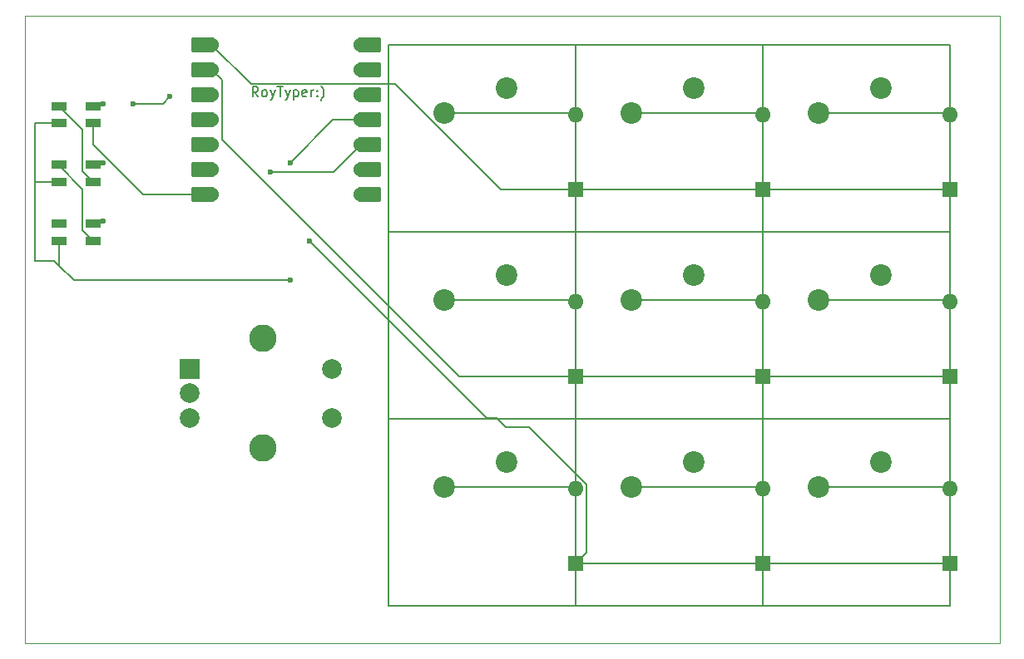
<source format=gbr>
%TF.GenerationSoftware,KiCad,Pcbnew,8.0.8*%
%TF.CreationDate,2025-02-16T15:54:53+05:30*%
%TF.ProjectId,RoyTyper,526f7954-7970-4657-922e-6b696361645f,rev?*%
%TF.SameCoordinates,Original*%
%TF.FileFunction,Copper,L1,Top*%
%TF.FilePolarity,Positive*%
%FSLAX46Y46*%
G04 Gerber Fmt 4.6, Leading zero omitted, Abs format (unit mm)*
G04 Created by KiCad (PCBNEW 8.0.8) date 2025-02-16 15:54:53*
%MOMM*%
%LPD*%
G01*
G04 APERTURE LIST*
G04 Aperture macros list*
%AMRoundRect*
0 Rectangle with rounded corners*
0 $1 Rounding radius*
0 $2 $3 $4 $5 $6 $7 $8 $9 X,Y pos of 4 corners*
0 Add a 4 corners polygon primitive as box body*
4,1,4,$2,$3,$4,$5,$6,$7,$8,$9,$2,$3,0*
0 Add four circle primitives for the rounded corners*
1,1,$1+$1,$2,$3*
1,1,$1+$1,$4,$5*
1,1,$1+$1,$6,$7*
1,1,$1+$1,$8,$9*
0 Add four rect primitives between the rounded corners*
20,1,$1+$1,$2,$3,$4,$5,0*
20,1,$1+$1,$4,$5,$6,$7,0*
20,1,$1+$1,$6,$7,$8,$9,0*
20,1,$1+$1,$8,$9,$2,$3,0*%
G04 Aperture macros list end*
%TA.AperFunction,SMDPad,CuDef*%
%ADD10R,1.600000X0.850000*%
%TD*%
%TA.AperFunction,ComponentPad*%
%ADD11C,2.200000*%
%TD*%
%TA.AperFunction,ComponentPad*%
%ADD12R,2.000000X2.000000*%
%TD*%
%TA.AperFunction,ComponentPad*%
%ADD13C,2.000000*%
%TD*%
%TA.AperFunction,ComponentPad*%
%ADD14C,2.800000*%
%TD*%
%TA.AperFunction,SMDPad,CuDef*%
%ADD15RoundRect,0.152400X1.063600X0.609600X-1.063600X0.609600X-1.063600X-0.609600X1.063600X-0.609600X0*%
%TD*%
%TA.AperFunction,ComponentPad*%
%ADD16C,1.524000*%
%TD*%
%TA.AperFunction,SMDPad,CuDef*%
%ADD17RoundRect,0.152400X-1.063600X-0.609600X1.063600X-0.609600X1.063600X0.609600X-1.063600X0.609600X0*%
%TD*%
%TA.AperFunction,ComponentPad*%
%ADD18R,1.600000X1.600000*%
%TD*%
%TA.AperFunction,ComponentPad*%
%ADD19O,1.600000X1.600000*%
%TD*%
%TA.AperFunction,ViaPad*%
%ADD20C,0.600000*%
%TD*%
%TA.AperFunction,Conductor*%
%ADD21C,0.200000*%
%TD*%
%ADD22C,0.150000*%
%TA.AperFunction,Profile*%
%ADD23C,0.050000*%
%TD*%
G04 APERTURE END LIST*
D10*
%TO.P,D12,1,DOUT*%
%TO.N,unconnected-(D12-DOUT-Pad1)*%
X56725000Y-78575000D03*
%TO.P,D12,2,VSS*%
%TO.N,GND*%
X56725000Y-80325000D03*
%TO.P,D12,3,DIN*%
%TO.N,Net-(D11-DOUT)*%
X60225000Y-80325000D03*
%TO.P,D12,4,VDD*%
%TO.N,+5V*%
X60225000Y-78575000D03*
%TD*%
D11*
%TO.P,SW3,1,1*%
%TO.N,Col3*%
X140390000Y-64770000D03*
%TO.P,SW3,2,2*%
%TO.N,Net-(D3-A)*%
X134040000Y-67310000D03*
%TD*%
%TO.P,SW6,1,1*%
%TO.N,Col3*%
X140390000Y-83820000D03*
%TO.P,SW6,2,2*%
%TO.N,Net-(D6-A)*%
X134040000Y-86360000D03*
%TD*%
%TO.P,SW1,1,1*%
%TO.N,Col1*%
X102290000Y-64770000D03*
%TO.P,SW1,2,2*%
%TO.N,Net-(D1-A)*%
X95940000Y-67310000D03*
%TD*%
%TO.P,SW4,1,1*%
%TO.N,Col1*%
X102290000Y-83820000D03*
%TO.P,SW4,2,2*%
%TO.N,Net-(D4-A)*%
X95940000Y-86360000D03*
%TD*%
%TO.P,SW5,1,1*%
%TO.N,Col2*%
X121340000Y-83820000D03*
%TO.P,SW5,2,2*%
%TO.N,Net-(D5-A)*%
X114990000Y-86360000D03*
%TD*%
%TO.P,SW2,1,1*%
%TO.N,Col2*%
X121340000Y-64770000D03*
%TO.P,SW2,2,2*%
%TO.N,Net-(D2-A)*%
X114990000Y-67310000D03*
%TD*%
D12*
%TO.P,SW11,A,A*%
%TO.N,Net-(U1-GPIO3{slash}MOSI)*%
X69975000Y-93325000D03*
D13*
%TO.P,SW11,B,B*%
%TO.N,Net-(U1-GPIO4{slash}MISO)*%
X69975000Y-98325000D03*
%TO.P,SW11,C,C*%
%TO.N,GND*%
X69975000Y-95825000D03*
D14*
%TO.P,SW11,MP*%
%TO.N,N/C*%
X77475000Y-90225000D03*
X77475000Y-101425000D03*
D13*
%TO.P,SW11,S1,S1*%
%TO.N,Net-(U1-GPIO1{slash}RX)*%
X84475000Y-93325000D03*
%TO.P,SW11,S2,S2*%
%TO.N,GND*%
X84475000Y-98325000D03*
%TD*%
D11*
%TO.P,SW9,1,1*%
%TO.N,Col3*%
X140390000Y-102870000D03*
%TO.P,SW9,2,2*%
%TO.N,Net-(D9-A)*%
X134040000Y-105410000D03*
%TD*%
%TO.P,SW7,1,1*%
%TO.N,Col1*%
X102290000Y-102870000D03*
%TO.P,SW7,2,2*%
%TO.N,Net-(D7-A)*%
X95940000Y-105410000D03*
%TD*%
D10*
%TO.P,D11,1,DOUT*%
%TO.N,Net-(D11-DOUT)*%
X56725000Y-72575000D03*
%TO.P,D11,2,VSS*%
%TO.N,GND*%
X56725000Y-74325000D03*
%TO.P,D11,3,DIN*%
%TO.N,Net-(D10-DOUT)*%
X60225000Y-74325000D03*
%TO.P,D11,4,VDD*%
%TO.N,+5V*%
X60225000Y-72575000D03*
%TD*%
D11*
%TO.P,SW8,1,1*%
%TO.N,Col2*%
X121340000Y-102870000D03*
%TO.P,SW8,2,2*%
%TO.N,Net-(D8-A)*%
X114990000Y-105410000D03*
%TD*%
D10*
%TO.P,D10,1,DOUT*%
%TO.N,Net-(D10-DOUT)*%
X56725000Y-66575000D03*
%TO.P,D10,2,VSS*%
%TO.N,GND*%
X56725000Y-68325000D03*
%TO.P,D10,3,DIN*%
%TO.N,Net-(D10-DIN)*%
X60225000Y-68325000D03*
%TO.P,D10,4,VDD*%
%TO.N,+5V*%
X60225000Y-66575000D03*
%TD*%
D15*
%TO.P,U1,1,GPIO26/ADC0/A0*%
%TO.N,Row1*%
X71390000Y-60325000D03*
D16*
X72225000Y-60325000D03*
D15*
%TO.P,U1,2,GPIO27/ADC1/A1*%
%TO.N,Row2*%
X71390000Y-62865000D03*
D16*
X72225000Y-62865000D03*
D15*
%TO.P,U1,3,GPIO28/ADC2/A2*%
%TO.N,Row3*%
X71390000Y-65405000D03*
D16*
X72225000Y-65405000D03*
D15*
%TO.P,U1,4,GPIO29/ADC3/A3*%
%TO.N,Col1*%
X71390000Y-67945000D03*
D16*
X72225000Y-67945000D03*
D15*
%TO.P,U1,5,GPIO6/SDA*%
%TO.N,Col2*%
X71390000Y-70485000D03*
D16*
X72225000Y-70485000D03*
D15*
%TO.P,U1,6,GPIO7/SCL*%
%TO.N,Col3*%
X71390000Y-73025000D03*
D16*
X72225000Y-73025000D03*
D15*
%TO.P,U1,7,GPIO0/TX*%
%TO.N,Net-(D10-DIN)*%
X71390000Y-75565000D03*
D16*
X72225000Y-75565000D03*
%TO.P,U1,8,GPIO1/RX*%
%TO.N,Net-(U1-GPIO1{slash}RX)*%
X87465000Y-75565000D03*
D17*
X88300000Y-75565000D03*
D16*
%TO.P,U1,9,GPIO2/SCK*%
%TO.N,unconnected-(U1-GPIO2{slash}SCK-Pad9)*%
X87465000Y-73025000D03*
D17*
X88300000Y-73025000D03*
D16*
%TO.P,U1,10,GPIO4/MISO*%
%TO.N,Net-(U1-GPIO4{slash}MISO)*%
X87465000Y-70485000D03*
D17*
X88300000Y-70485000D03*
D16*
%TO.P,U1,11,GPIO3/MOSI*%
%TO.N,Net-(U1-GPIO3{slash}MOSI)*%
X87465000Y-67945000D03*
D17*
X88300000Y-67945000D03*
D16*
%TO.P,U1,12,3V3*%
%TO.N,unconnected-(U1-3V3-Pad12)*%
X87465000Y-65405000D03*
D17*
X88300000Y-65405000D03*
D16*
%TO.P,U1,13,GND*%
%TO.N,GND*%
X87465000Y-62865000D03*
D17*
X88300000Y-62865000D03*
D16*
%TO.P,U1,14,VBUS*%
%TO.N,+5V*%
X87465000Y-60325000D03*
D17*
X88300000Y-60325000D03*
%TD*%
D18*
%TO.P,D8,1,K*%
%TO.N,Row3*%
X128325000Y-113188750D03*
D19*
%TO.P,D8,2,A*%
%TO.N,Net-(D8-A)*%
X128325000Y-105568750D03*
%TD*%
D18*
%TO.P,D7,1,K*%
%TO.N,Row3*%
X109275000Y-113188750D03*
D19*
%TO.P,D7,2,A*%
%TO.N,Net-(D7-A)*%
X109275000Y-105568750D03*
%TD*%
D18*
%TO.P,D3,1,K*%
%TO.N,Row1*%
X147375000Y-75088750D03*
D19*
%TO.P,D3,2,A*%
%TO.N,Net-(D3-A)*%
X147375000Y-67468750D03*
%TD*%
D18*
%TO.P,D9,1,K*%
%TO.N,Row3*%
X147375000Y-113188750D03*
D19*
%TO.P,D9,2,A*%
%TO.N,Net-(D9-A)*%
X147375000Y-105568750D03*
%TD*%
D18*
%TO.P,D6,1,K*%
%TO.N,Row2*%
X147375000Y-94138750D03*
D19*
%TO.P,D6,2,A*%
%TO.N,Net-(D6-A)*%
X147375000Y-86518750D03*
%TD*%
D18*
%TO.P,D2,1,K*%
%TO.N,Row1*%
X128325000Y-75088750D03*
D19*
%TO.P,D2,2,A*%
%TO.N,Net-(D2-A)*%
X128325000Y-67468750D03*
%TD*%
D18*
%TO.P,D5,1,K*%
%TO.N,Row2*%
X128325000Y-94138750D03*
D19*
%TO.P,D5,2,A*%
%TO.N,Net-(D5-A)*%
X128325000Y-86518750D03*
%TD*%
D18*
%TO.P,D1,1,K*%
%TO.N,Row1*%
X109275000Y-75088750D03*
D19*
%TO.P,D1,2,A*%
%TO.N,Net-(D1-A)*%
X109275000Y-67468750D03*
%TD*%
D18*
%TO.P,D4,1,K*%
%TO.N,Row2*%
X109275000Y-94138750D03*
D19*
%TO.P,D4,2,A*%
%TO.N,Net-(D4-A)*%
X109275000Y-86518750D03*
%TD*%
D20*
%TO.N,Row3*%
X82225000Y-80325000D03*
%TO.N,Net-(U1-GPIO3{slash}MOSI)*%
X80225000Y-72325000D03*
%TO.N,GND*%
X80225000Y-84325000D03*
%TO.N,Net-(U1-GPIO4{slash}MISO)*%
X78225000Y-73325000D03*
%TO.N,+5V*%
X61198235Y-72351765D03*
X61225000Y-66325000D03*
X67996865Y-65628040D03*
X61225000Y-78325000D03*
X64225000Y-66325000D03*
%TD*%
D21*
%TO.N,Row1*%
X76243000Y-64343000D02*
X72225000Y-60325000D01*
X109275000Y-75088750D02*
X101665348Y-75088750D01*
X101665348Y-75088750D02*
X90919598Y-64343000D01*
X90919598Y-64343000D02*
X76243000Y-64343000D01*
X109275000Y-75088750D02*
X147375000Y-75088750D01*
%TO.N,Net-(D1-A)*%
X109116250Y-67310000D02*
X109275000Y-67468750D01*
X95940000Y-67310000D02*
X109116250Y-67310000D01*
%TO.N,Net-(D2-A)*%
X128166250Y-67310000D02*
X128325000Y-67468750D01*
X114990000Y-67310000D02*
X128166250Y-67310000D01*
%TO.N,Net-(D3-A)*%
X147216250Y-67310000D02*
X147375000Y-67468750D01*
X134040000Y-67310000D02*
X147216250Y-67310000D01*
%TO.N,Row2*%
X109275000Y-94138750D02*
X147375000Y-94138750D01*
X73287000Y-63927000D02*
X73287000Y-70014500D01*
X73287000Y-70014500D02*
X97411250Y-94138750D01*
X97411250Y-94138750D02*
X109275000Y-94138750D01*
X72225000Y-62865000D02*
X73287000Y-63927000D01*
%TO.N,Net-(D4-A)*%
X95940000Y-86360000D02*
X109116250Y-86360000D01*
X109116250Y-86360000D02*
X109275000Y-86518750D01*
%TO.N,Net-(D5-A)*%
X128166250Y-86360000D02*
X128325000Y-86518750D01*
X114990000Y-86360000D02*
X128166250Y-86360000D01*
%TO.N,Net-(D6-A)*%
X134040000Y-86360000D02*
X147216250Y-86360000D01*
X147216250Y-86360000D02*
X147375000Y-86518750D01*
%TO.N,Net-(D7-A)*%
X95940000Y-105410000D02*
X109116250Y-105410000D01*
X109116250Y-105410000D02*
X109275000Y-105568750D01*
%TO.N,Row3*%
X109275000Y-113188750D02*
X147375000Y-113188750D01*
X110375000Y-112088750D02*
X109275000Y-113188750D01*
X102225000Y-99325000D02*
X104586885Y-99325000D01*
X101225000Y-98325000D02*
X102225000Y-99325000D01*
X82225000Y-80325000D02*
X100225000Y-98325000D01*
X110375000Y-105113115D02*
X110375000Y-112088750D01*
X100225000Y-98325000D02*
X101225000Y-98325000D01*
X104586885Y-99325000D02*
X110375000Y-105113115D01*
%TO.N,Net-(D8-A)*%
X114990000Y-105410000D02*
X128166250Y-105410000D01*
X128166250Y-105410000D02*
X128325000Y-105568750D01*
%TO.N,Net-(D9-A)*%
X147216250Y-105410000D02*
X147375000Y-105568750D01*
X134040000Y-105410000D02*
X147216250Y-105410000D01*
%TO.N,Net-(D10-DIN)*%
X60225000Y-70325000D02*
X60225000Y-70530000D01*
X65260000Y-75565000D02*
X72225000Y-75565000D01*
X60225000Y-68325000D02*
X60225000Y-70325000D01*
X60225000Y-70530000D02*
X65260000Y-75565000D01*
%TO.N,Net-(D10-DOUT)*%
X59125000Y-73225000D02*
X60225000Y-74325000D01*
X56725000Y-66575000D02*
X59125000Y-68975000D01*
X59125000Y-68975000D02*
X59125000Y-73225000D01*
%TO.N,Net-(U1-GPIO3{slash}MOSI)*%
X84605000Y-67945000D02*
X87465000Y-67945000D01*
X80225000Y-72325000D02*
X84605000Y-67945000D01*
%TO.N,GND*%
X54225000Y-74325000D02*
X54225000Y-68325000D01*
X56725000Y-82825000D02*
X56225000Y-82325000D01*
X56725000Y-80325000D02*
X56725000Y-82825000D01*
X58225000Y-84325000D02*
X80225000Y-84325000D01*
X56225000Y-82325000D02*
X54225000Y-82325000D01*
X54225000Y-82325000D02*
X54225000Y-74325000D01*
X54225000Y-68325000D02*
X56725000Y-68325000D01*
X56725000Y-74325000D02*
X54225000Y-74325000D01*
X56725000Y-82825000D02*
X58225000Y-84325000D01*
%TO.N,Net-(U1-GPIO4{slash}MISO)*%
X78225000Y-73325000D02*
X84625000Y-73325000D01*
X84625000Y-73325000D02*
X87465000Y-70485000D01*
%TO.N,+5V*%
X60475000Y-66325000D02*
X60225000Y-66575000D01*
X60448235Y-72351765D02*
X60225000Y-72575000D01*
X67996865Y-65628040D02*
X67299905Y-66325000D01*
X61225000Y-78325000D02*
X60475000Y-78325000D01*
X61225000Y-66325000D02*
X60475000Y-66325000D01*
X67299905Y-66325000D02*
X64225000Y-66325000D01*
X61198235Y-72351765D02*
X60448235Y-72351765D01*
X60475000Y-78325000D02*
X60225000Y-78575000D01*
%TO.N,Net-(D11-DOUT)*%
X59125000Y-75050000D02*
X59125000Y-79225000D01*
X56725000Y-72575000D02*
X56725000Y-72650000D01*
X56725000Y-72650000D02*
X59125000Y-75050000D01*
X59125000Y-79225000D02*
X60225000Y-80325000D01*
%TD*%
D22*
%TO.C,SW3*%
X128325000Y-60325000D02*
X147375000Y-60325000D01*
X128325000Y-79375000D02*
X128325000Y-60325000D01*
X147375000Y-60325000D02*
X147375000Y-79375000D01*
X147375000Y-79375000D02*
X128325000Y-79375000D01*
%TO.C,SW6*%
X128325000Y-79375000D02*
X147375000Y-79375000D01*
X128325000Y-98425000D02*
X128325000Y-79375000D01*
X147375000Y-79375000D02*
X147375000Y-98425000D01*
X147375000Y-98425000D02*
X128325000Y-98425000D01*
%TO.C,SW1*%
X90225000Y-60325000D02*
X109275000Y-60325000D01*
X90225000Y-79375000D02*
X90225000Y-60325000D01*
X109275000Y-60325000D02*
X109275000Y-79375000D01*
X109275000Y-79375000D02*
X90225000Y-79375000D01*
%TO.C,SW4*%
X90225000Y-79375000D02*
X109275000Y-79375000D01*
X90225000Y-98425000D02*
X90225000Y-79375000D01*
X109275000Y-79375000D02*
X109275000Y-98425000D01*
X109275000Y-98425000D02*
X90225000Y-98425000D01*
%TO.C,SW5*%
X109275000Y-79375000D02*
X128325000Y-79375000D01*
X109275000Y-98425000D02*
X109275000Y-79375000D01*
X128325000Y-79375000D02*
X128325000Y-98425000D01*
X128325000Y-98425000D02*
X109275000Y-98425000D01*
%TO.C,SW2*%
X109275000Y-60325000D02*
X128325000Y-60325000D01*
X109275000Y-79375000D02*
X109275000Y-60325000D01*
X128325000Y-60325000D02*
X128325000Y-79375000D01*
X128325000Y-79375000D02*
X109275000Y-79375000D01*
%TO.C,SW9*%
X128325000Y-98425000D02*
X147375000Y-98425000D01*
X128325000Y-117475000D02*
X128325000Y-98425000D01*
X147375000Y-98425000D02*
X147375000Y-117475000D01*
X147375000Y-117475000D02*
X128325000Y-117475000D01*
%TO.C,SW7*%
X90225000Y-98425000D02*
X109275000Y-98425000D01*
X90225000Y-117475000D02*
X90225000Y-98425000D01*
X109275000Y-98425000D02*
X109275000Y-117475000D01*
X109275000Y-117475000D02*
X90225000Y-117475000D01*
%TO.C,SW8*%
X109275000Y-98425000D02*
X128325000Y-98425000D01*
X109275000Y-117475000D02*
X109275000Y-98425000D01*
X128325000Y-98425000D02*
X128325000Y-117475000D01*
X128325000Y-117475000D02*
X109275000Y-117475000D01*
%TD*%
D23*
X53215000Y-57345000D02*
X152445000Y-57345000D01*
X152445000Y-121285000D01*
X53215000Y-121285000D01*
X53215000Y-57345000D01*
D22*
X76983207Y-65604819D02*
X76649874Y-65128628D01*
X76411779Y-65604819D02*
X76411779Y-64604819D01*
X76411779Y-64604819D02*
X76792731Y-64604819D01*
X76792731Y-64604819D02*
X76887969Y-64652438D01*
X76887969Y-64652438D02*
X76935588Y-64700057D01*
X76935588Y-64700057D02*
X76983207Y-64795295D01*
X76983207Y-64795295D02*
X76983207Y-64938152D01*
X76983207Y-64938152D02*
X76935588Y-65033390D01*
X76935588Y-65033390D02*
X76887969Y-65081009D01*
X76887969Y-65081009D02*
X76792731Y-65128628D01*
X76792731Y-65128628D02*
X76411779Y-65128628D01*
X77554636Y-65604819D02*
X77459398Y-65557200D01*
X77459398Y-65557200D02*
X77411779Y-65509580D01*
X77411779Y-65509580D02*
X77364160Y-65414342D01*
X77364160Y-65414342D02*
X77364160Y-65128628D01*
X77364160Y-65128628D02*
X77411779Y-65033390D01*
X77411779Y-65033390D02*
X77459398Y-64985771D01*
X77459398Y-64985771D02*
X77554636Y-64938152D01*
X77554636Y-64938152D02*
X77697493Y-64938152D01*
X77697493Y-64938152D02*
X77792731Y-64985771D01*
X77792731Y-64985771D02*
X77840350Y-65033390D01*
X77840350Y-65033390D02*
X77887969Y-65128628D01*
X77887969Y-65128628D02*
X77887969Y-65414342D01*
X77887969Y-65414342D02*
X77840350Y-65509580D01*
X77840350Y-65509580D02*
X77792731Y-65557200D01*
X77792731Y-65557200D02*
X77697493Y-65604819D01*
X77697493Y-65604819D02*
X77554636Y-65604819D01*
X78221303Y-64938152D02*
X78459398Y-65604819D01*
X78697493Y-64938152D02*
X78459398Y-65604819D01*
X78459398Y-65604819D02*
X78364160Y-65842914D01*
X78364160Y-65842914D02*
X78316541Y-65890533D01*
X78316541Y-65890533D02*
X78221303Y-65938152D01*
X78935589Y-64604819D02*
X79507017Y-64604819D01*
X79221303Y-65604819D02*
X79221303Y-64604819D01*
X79745113Y-64938152D02*
X79983208Y-65604819D01*
X80221303Y-64938152D02*
X79983208Y-65604819D01*
X79983208Y-65604819D02*
X79887970Y-65842914D01*
X79887970Y-65842914D02*
X79840351Y-65890533D01*
X79840351Y-65890533D02*
X79745113Y-65938152D01*
X80602256Y-64938152D02*
X80602256Y-65938152D01*
X80602256Y-64985771D02*
X80697494Y-64938152D01*
X80697494Y-64938152D02*
X80887970Y-64938152D01*
X80887970Y-64938152D02*
X80983208Y-64985771D01*
X80983208Y-64985771D02*
X81030827Y-65033390D01*
X81030827Y-65033390D02*
X81078446Y-65128628D01*
X81078446Y-65128628D02*
X81078446Y-65414342D01*
X81078446Y-65414342D02*
X81030827Y-65509580D01*
X81030827Y-65509580D02*
X80983208Y-65557200D01*
X80983208Y-65557200D02*
X80887970Y-65604819D01*
X80887970Y-65604819D02*
X80697494Y-65604819D01*
X80697494Y-65604819D02*
X80602256Y-65557200D01*
X81887970Y-65557200D02*
X81792732Y-65604819D01*
X81792732Y-65604819D02*
X81602256Y-65604819D01*
X81602256Y-65604819D02*
X81507018Y-65557200D01*
X81507018Y-65557200D02*
X81459399Y-65461961D01*
X81459399Y-65461961D02*
X81459399Y-65081009D01*
X81459399Y-65081009D02*
X81507018Y-64985771D01*
X81507018Y-64985771D02*
X81602256Y-64938152D01*
X81602256Y-64938152D02*
X81792732Y-64938152D01*
X81792732Y-64938152D02*
X81887970Y-64985771D01*
X81887970Y-64985771D02*
X81935589Y-65081009D01*
X81935589Y-65081009D02*
X81935589Y-65176247D01*
X81935589Y-65176247D02*
X81459399Y-65271485D01*
X82364161Y-65604819D02*
X82364161Y-64938152D01*
X82364161Y-65128628D02*
X82411780Y-65033390D01*
X82411780Y-65033390D02*
X82459399Y-64985771D01*
X82459399Y-64985771D02*
X82554637Y-64938152D01*
X82554637Y-64938152D02*
X82649875Y-64938152D01*
X82983209Y-65509580D02*
X83030828Y-65557200D01*
X83030828Y-65557200D02*
X82983209Y-65604819D01*
X82983209Y-65604819D02*
X82935590Y-65557200D01*
X82935590Y-65557200D02*
X82983209Y-65509580D01*
X82983209Y-65509580D02*
X82983209Y-65604819D01*
X82983209Y-64985771D02*
X83030828Y-65033390D01*
X83030828Y-65033390D02*
X82983209Y-65081009D01*
X82983209Y-65081009D02*
X82935590Y-65033390D01*
X82935590Y-65033390D02*
X82983209Y-64985771D01*
X82983209Y-64985771D02*
X82983209Y-65081009D01*
X83364161Y-65985771D02*
X83411780Y-65938152D01*
X83411780Y-65938152D02*
X83507018Y-65795295D01*
X83507018Y-65795295D02*
X83554637Y-65700057D01*
X83554637Y-65700057D02*
X83602256Y-65557200D01*
X83602256Y-65557200D02*
X83649875Y-65319104D01*
X83649875Y-65319104D02*
X83649875Y-65128628D01*
X83649875Y-65128628D02*
X83602256Y-64890533D01*
X83602256Y-64890533D02*
X83554637Y-64747676D01*
X83554637Y-64747676D02*
X83507018Y-64652438D01*
X83507018Y-64652438D02*
X83411780Y-64509580D01*
X83411780Y-64509580D02*
X83364161Y-64461961D01*
M02*

</source>
